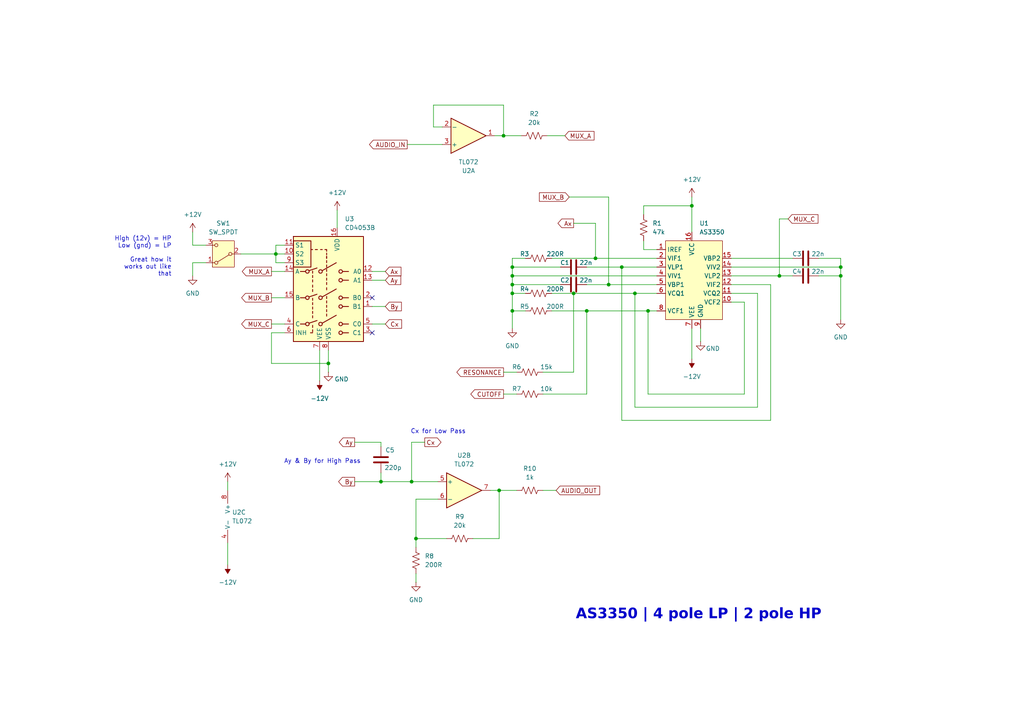
<source format=kicad_sch>
(kicad_sch (version 20231120) (generator "eeschema") (generator_version "8.0")
  (paper "A4")
  (lib_symbols
    (symbol "Amplifier_Operational:TL072" (pin_names (offset 0.127))
      (property "Reference" "U" (at 0 5.08 0))
      (property "Value" "TL072" (at 0 -5.08 0))
      (symbol "TL072_1_1"
        (polyline (pts (xy -5.08 5.08) (xy 5.08 0) (xy -5.08 -5.08) (xy -5.08 5.08)) (stroke (width 0.254)) (fill (type background)))
        (pin output line (at 7.62 0 180) (length 2.54) (name "~") (number "1"))
        (pin input line (at -7.62 -2.54 0) (length 2.54) (name "-") (number "2"))
        (pin input line (at -7.62 2.54 0) (length 2.54) (name "+") (number "3"))
      )
      (symbol "TL072_2_1"
        (polyline (pts (xy -5.08 5.08) (xy 5.08 0) (xy -5.08 -5.08) (xy -5.08 5.08)) (stroke (width 0.254)) (fill (type background)))
        (pin input line (at -7.62 2.54 0) (length 2.54) (name "+") (number "5"))
        (pin input line (at -7.62 -2.54 0) (length 2.54) (name "-") (number "6"))
        (pin output line (at 7.62 0 180) (length 2.54) (name "~") (number "7"))
      )
      (symbol "TL072_3_1"
        (pin power_in line (at -2.54 -7.62 90) (length 3.81) (name "V-") (number "4"))
        (pin power_in line (at -2.54 7.62 270) (length 3.81) (name "V+") (number "8"))
      )
    )
    (symbol "Analog_Switch:CD4053B"
      (property "Reference" "U" (at -10.16 16.51 0))
      (property "Value" "CD4053B" (at 3.81 16.51 0))
      (symbol "CD4053B_0_1"
        (rectangle (start -10.16 6.35) (end -5.08 13.97) (stroke (width 0.254)))
        (rectangle (start -10.16 15.24) (end 10.16 -15.24) (stroke (width 0.254)) (fill (type background)))
        (circle (center -6.096 -10.16) (radius 0.508) (stroke (width 0.254)))
        (circle (center -6.096 -2.54) (radius 0.508) (stroke (width 0.254)))
        (circle (center -6.096 5.08) (radius 0.508) (stroke (width 0.254)))
        (circle (center -2.286 -10.16) (radius 0.508) (stroke (width 0.254)))
        (circle (center -2.286 -2.54) (radius 0.508) (stroke (width 0.254)))
        (circle (center -2.286 5.08) (radius 0.508) (stroke (width 0.254)))
        (polyline (pts (xy -8.128 -10.16) (xy -6.604 -10.16)) (stroke (width 0.254)))
        (polyline (pts (xy -8.128 -2.54) (xy -6.604 -2.54)) (stroke (width 0.254)))
        (polyline (pts (xy -8.128 5.08) (xy -6.604 5.08)) (stroke (width 0.254)))
        (polyline (pts (xy -5.588 -9.906) (xy -3.302 -9.144)) (stroke (width 0.254)))
        (polyline (pts (xy -5.588 -2.286) (xy -3.302 -1.524)) (stroke (width 0.254)))
        (polyline (pts (xy -5.588 5.334) (xy -3.302 6.096)) (stroke (width 0.254)))
        (polyline (pts (xy -4.572 -12.7) (xy -5.207 -12.7)) (stroke (width 0.254)))
        (polyline (pts (xy -4.572 -12.446) (xy -4.572 -11.811)) (stroke (width 0.254)))
        (polyline (pts (xy -4.572 -11.176) (xy -4.572 -10.541)) (stroke (width 0.254)))
        (polyline (pts (xy -4.572 -8.382) (xy -4.572 -7.747)) (stroke (width 0.254)))
        (polyline (pts (xy -4.572 -7.112) (xy -4.572 -6.477)) (stroke (width 0.254)))
        (polyline (pts (xy -4.572 -5.842) (xy -4.572 -5.207)) (stroke (width 0.254)))
        (polyline (pts (xy -4.572 -4.572) (xy -4.572 -3.937)) (stroke (width 0.254)))
        (polyline (pts (xy -4.572 -3.302) (xy -4.572 -2.667)) (stroke (width 0.254)))
        (polyline (pts (xy -4.572 -0.762) (xy -4.572 -0.127)) (stroke (width 0.254)))
        (polyline (pts (xy -4.572 0.508) (xy -4.572 1.143)) (stroke (width 0.254)))
        (polyline (pts (xy -4.572 2.032) (xy -4.572 2.667)) (stroke (width 0.254)))
        (polyline (pts (xy -4.572 3.302) (xy -4.572 3.937)) (stroke (width 0.254)))
        (polyline (pts (xy -4.572 4.572) (xy -4.572 5.207)) (stroke (width 0.254)))
        (polyline (pts (xy -4.572 11.43) (xy -5.08 11.43)) (stroke (width 0.254)))
        (polyline (pts (xy -3.81 11.43) (xy -3.175 11.43)) (stroke (width 0.254)))
        (polyline (pts (xy -1.778 -9.906) (xy 2.286 -7.62)) (stroke (width 0.254)))
        (polyline (pts (xy -1.778 -2.286) (xy 2.286 0)) (stroke (width 0.254)))
        (polyline (pts (xy -1.778 5.334) (xy 2.286 7.62)) (stroke (width 0.254)))
        (polyline (pts (xy -1.778 11.43) (xy -2.286 11.43)) (stroke (width 0.254)))
        (polyline (pts (xy -0.508 -7.874) (xy -0.508 -7.239)) (stroke (width 0.254)))
        (polyline (pts (xy -0.508 -6.604) (xy -0.508 -5.969)) (stroke (width 0.254)))
        (polyline (pts (xy -0.508 -5.334) (xy -0.508 -4.699)) (stroke (width 0.254)))
        (polyline (pts (xy -0.508 -4.064) (xy -0.508 -3.429)) (stroke (width 0.254)))
        (polyline (pts (xy -0.508 -2.794) (xy -0.508 -2.159)) (stroke (width 0.254)))
        (polyline (pts (xy -0.508 -0.254) (xy -0.508 0.381)) (stroke (width 0.254)))
        (polyline (pts (xy -0.508 1.27) (xy -0.508 1.905)) (stroke (width 0.254)))
        (polyline (pts (xy -0.508 2.54) (xy -0.508 3.175)) (stroke (width 0.254)))
        (polyline (pts (xy -0.508 3.81) (xy -0.508 4.445)) (stroke (width 0.254)))
        (polyline (pts (xy -0.508 5.08) (xy -0.508 5.715)) (stroke (width 0.254)))
        (polyline (pts (xy -0.508 6.35) (xy -0.508 6.985)) (stroke (width 0.254)))
        (polyline (pts (xy -0.508 7.62) (xy -0.508 8.255)) (stroke (width 0.254)))
        (polyline (pts (xy -0.508 8.89) (xy -0.508 9.398)) (stroke (width 0.254)))
        (polyline (pts (xy -0.508 8.89) (xy -0.508 9.525)) (stroke (width 0.254)))
        (polyline (pts (xy -0.508 9.906) (xy -0.508 10.414)) (stroke (width 0.254)))
        (polyline (pts (xy -0.508 10.922) (xy -0.508 11.43)) (stroke (width 0.254)))
        (polyline (pts (xy -0.508 11.43) (xy -1.016 11.43)) (stroke (width 0.254)))
        (polyline (pts (xy 4.064 -12.7) (xy 5.842 -12.7)) (stroke (width 0.254)))
        (polyline (pts (xy 4.064 -10.16) (xy 5.842 -10.16)) (stroke (width 0.254)))
        (polyline (pts (xy 4.064 -5.08) (xy 5.842 -5.08)) (stroke (width 0.254)))
        (polyline (pts (xy 4.064 -2.54) (xy 5.842 -2.54)) (stroke (width 0.254)))
        (polyline (pts (xy 4.064 2.54) (xy 5.842 2.54)) (stroke (width 0.254)))
        (polyline (pts (xy 4.064 5.08) (xy 5.842 5.08)) (stroke (width 0.254)))
        (circle (center 3.556 -12.7) (radius 0.508) (stroke (width 0.254)))
        (circle (center 3.556 -10.16) (radius 0.508) (stroke (width 0.254)))
        (circle (center 3.556 -5.08) (radius 0.508) (stroke (width 0.254)))
        (circle (center 3.556 -2.54) (radius 0.508) (stroke (width 0.254)))
        (circle (center 3.556 2.54) (radius 0.508) (stroke (width 0.254)))
        (circle (center 3.556 5.08) (radius 0.508) (stroke (width 0.254)))
      )
      (symbol "CD4053B_1_1"
        (pin bidirectional line (at 12.7 -5.08 180) (length 2.54) (name "B1") (number "1"))
        (pin input line (at -12.7 10.16 0) (length 2.54) (name "S2") (number "10"))
        (pin input line (at -12.7 12.7 0) (length 2.54) (name "S1") (number "11"))
        (pin bidirectional line (at 12.7 5.08 180) (length 2.54) (name "A0") (number "12"))
        (pin bidirectional line (at 12.7 2.54 180) (length 2.54) (name "A1") (number "13"))
        (pin bidirectional line (at -12.7 5.08 0) (length 2.54) (name "A") (number "14"))
        (pin bidirectional line (at -12.7 -2.54 0) (length 2.54) (name "B") (number "15"))
        (pin power_in line (at 2.54 17.78 270) (length 2.54) (name "VDD") (number "16"))
        (pin bidirectional line (at 12.7 -2.54 180) (length 2.54) (name "B0") (number "2"))
        (pin bidirectional line (at 12.7 -12.7 180) (length 2.54) (name "C1") (number "3"))
        (pin bidirectional line (at -12.7 -10.16 0) (length 2.54) (name "C") (number "4"))
        (pin bidirectional line (at 12.7 -10.16 180) (length 2.54) (name "C0") (number "5"))
        (pin input line (at -12.7 -12.7 0) (length 2.54) (name "INH") (number "6"))
        (pin power_in line (at -2.54 -17.78 90) (length 2.54) (name "VEE") (number "7"))
        (pin power_in line (at 0 -17.78 90) (length 2.54) (name "VSS") (number "8"))
        (pin input line (at -12.7 7.62 0) (length 2.54) (name "S3") (number "9"))
      )
    )
    (symbol "Audio:AS3350"
      (property "Reference" "U" (at -5.334 1.016 0))
      (property "Value" "AS3350" (at 4.826 1.016 0))
      (symbol "AS3350_1_1"
        (rectangle (start -8.89 -3.81) (end 7.62 -26.67) (fill (type background)))
        (pin input line (at -11.43 -6.35 0) (length 2.54) (name "IREF") (number "1"))
        (pin input line (at 10.16 -21.59 180) (length 2.54) (name "VCF2") (number "10"))
        (pin input line (at 10.16 -19.05 180) (length 2.54) (name "VCQ2") (number "11"))
        (pin input line (at 10.16 -16.51 180) (length 2.54) (name "VIF2") (number "12"))
        (pin input line (at 10.16 -13.97 180) (length 2.54) (name "VLP2") (number "13"))
        (pin input line (at 10.16 -11.43 180) (length 2.54) (name "VIV2") (number "14"))
        (pin input line (at 10.16 -8.89 180) (length 2.54) (name "VBP2") (number "15"))
        (pin power_in line (at -1.27 -1.27 270) (length 2.54) (name "VCC") (number "16"))
        (pin input line (at -11.43 -8.89 0) (length 2.54) (name "VIF1") (number "2"))
        (pin input line (at -11.43 -11.43 0) (length 2.54) (name "VLP1") (number "3"))
        (pin input line (at -11.43 -13.97 0) (length 2.54) (name "VIV1") (number "4"))
        (pin output line (at -11.43 -16.51 0) (length 2.54) (name "VBP1") (number "5"))
        (pin input line (at -11.43 -19.05 0) (length 2.54) (name "VCQ1") (number "6"))
        (pin power_in line (at -1.27 -29.21 90) (length 2.54) (name "VEE") (number "7"))
        (pin output line (at -11.43 -24.13 0) (length 2.54) (name "VCF1") (number "8"))
        (pin power_in line (at 1.27 -29.21 90) (length 2.54) (name "GND") (number "9"))
      )
    )
    (symbol "Device:C" (pin_numbers hide) (pin_names (offset 0.254))
      (property "Reference" "C" (at 0.635 2.54 0))
      (property "Value" "C" (at 0.635 -2.54 0))
      (symbol "C_0_1"
        (polyline (pts (xy -2.032 -0.762) (xy 2.032 -0.762)) (stroke (width 0.508)))
        (polyline (pts (xy -2.032 0.762) (xy 2.032 0.762)) (stroke (width 0.508)))
      )
      (symbol "C_1_1"
        (pin passive line (at 0 3.81 270) (length 2.794) (name "~") (number "1"))
        (pin passive line (at 0 -3.81 90) (length 2.794) (name "~") (number "2"))
      )
    )
    (symbol "Device:R_US" (pin_numbers hide) (pin_names (offset 0))
      (property "Reference" "R" (at 2.54 0 90))
      (property "Value" "R_US" (at -2.54 0 90))
      (symbol "R_US_0_1"
        (polyline (pts (xy 0 -2.286) (xy 0 -2.54)))
        (polyline (pts (xy 0 2.286) (xy 0 2.54)))
        (polyline (pts (xy 0 -0.762) (xy 1.016 -1.143) (xy 0 -1.524) (xy -1.016 -1.905) (xy 0 -2.286)))
        (polyline (pts (xy 0 0.762) (xy 1.016 0.381) (xy 0 0) (xy -1.016 -0.381) (xy 0 -0.762)))
        (polyline (pts (xy 0 2.286) (xy 1.016 1.905) (xy 0 1.524) (xy -1.016 1.143) (xy 0 0.762)))
      )
      (symbol "R_US_1_1"
        (pin passive line (at 0 3.81 270) (length 1.27) (name "~") (number "1"))
        (pin passive line (at 0 -3.81 90) (length 1.27) (name "~") (number "2"))
      )
    )
    (symbol "Switch:SW_SPDT" (pin_names (offset 0) hide)
      (property "Reference" "SW" (at 0 5.08 0))
      (property "Value" "SW_SPDT" (at 0 -5.08 0))
      (symbol "SW_SPDT_0_1"
        (circle (center -2.032 0) (radius 0.4572))
        (polyline (pts (xy -1.651 0.254) (xy 1.651 2.286)))
        (circle (center 2.032 -2.54) (radius 0.4572))
        (circle (center 2.032 2.54) (radius 0.4572))
      )
      (symbol "SW_SPDT_1_1"
        (rectangle (start -3.175 3.81) (end 3.175 -3.81) (fill (type background)))
        (pin passive line (at 5.08 2.54 180) (length 2.54) (name "A") (number "1"))
        (pin passive line (at -5.08 0 0) (length 2.54) (name "B") (number "2"))
        (pin passive line (at 5.08 -2.54 180) (length 2.54) (name "C") (number "3"))
      )
    )
    (symbol "power:+12V" (power) (pin_numbers hide) (pin_names (offset 0) hide)
      (property "Value" "+12V" (at 0 3.556 0))
      (symbol "+12V_0_1"
        (polyline (pts (xy -0.762 1.27) (xy 0 2.54)))
        (polyline (pts (xy 0 0) (xy 0 2.54)))
        (polyline (pts (xy 0 2.54) (xy 0.762 1.27)))
      )
      (symbol "+12V_1_1"
        (pin power_in line (at 0 0 90) (length 0) (name "~") (number "1"))
      )
    )
    (symbol "power:-12V" (power) (pin_numbers hide) (pin_names (offset 0) hide)
      (property "Value" "-12V" (at 0 3.556 0))
      (symbol "-12V_0_0"
        (pin power_in line (at 0 0 90) (length 0) (name "~") (number "1"))
      )
      (symbol "-12V_0_1"
        (polyline (pts (xy 0 0) (xy 0 1.27) (xy 0.762 1.27) (xy 0 2.54) (xy -0.762 1.27) (xy 0 1.27)) (fill (type outline)))
      )
    )
    (symbol "power:GND" (power) (pin_numbers hide) (pin_names (offset 0) hide)
      (property "Value" "GND" (at 0 -3.81 0))
      (symbol "GND_0_1"
        (polyline (pts (xy 0 0) (xy 0 -1.27) (xy 1.27 -1.27) (xy 0 -2.54) (xy -1.27 -1.27) (xy 0 -1.27)))
      )
      (symbol "GND_1_1"
        (pin power_in line (at 0 0 270) (length 0) (name "~") (number "1"))
      )
    )
  )
  (junction (at 110.49 139.7))
  (junction (at 184.15 85.09))
  (junction (at 144.78 142.24))
  (junction (at 200.66 59.69))
  (junction (at 80.01 73.66))
  (junction (at 95.25 105.41))
  (junction (at 148.59 90.17))
  (junction (at 119.38 139.7))
  (junction (at 166.37 85.09))
  (junction (at 187.96 90.17))
  (junction (at 172.72 74.93))
  (junction (at 180.34 77.47))
  (junction (at 170.18 90.17))
  (junction (at 243.84 77.47))
  (junction (at 120.65 156.21))
  (junction (at 148.59 85.09))
  (junction (at 243.84 80.01))
  (junction (at 226.06 80.01))
  (junction (at 176.53 82.55))
  (junction (at 148.59 77.47))
  (junction (at 146.05 39.37))
  (junction (at 148.59 80.01))
  (junction (at 148.59 82.55))
  (no_connect (at 107.95 96.52))
  (no_connect (at 107.95 86.36))
  (wire (pts (xy 127 139.7) (xy 119.38 139.7)))
  (wire (pts (xy 229.87 74.93) (xy 212.09 74.93)))
  (wire (pts (xy 187.96 90.17) (xy 190.5 90.17)))
  (wire (pts (xy 170.18 114.3) (xy 170.18 90.17)))
  (wire (pts (xy 237.49 74.93) (xy 243.84 74.93)))
  (wire (pts (xy 190.5 72.39) (xy 186.69 72.39)))
  (wire (pts (xy 226.06 63.5) (xy 226.06 80.01)))
  (wire (pts (xy 97.79 60.96) (xy 97.79 66.04)))
  (wire (pts (xy 146.05 114.3) (xy 149.86 114.3)))
  (wire (pts (xy 186.69 72.39) (xy 186.69 69.85)))
  (wire (pts (xy 148.59 85.09) (xy 148.59 90.17)))
  (wire (pts (xy 172.72 74.93) (xy 190.5 74.93)))
  (wire (pts (xy 203.2 99.06) (xy 203.2 95.25)))
  (wire (pts (xy 187.96 114.3) (xy 187.96 90.17)))
  (wire (pts (xy 180.34 121.92) (xy 180.34 77.47)))
  (wire (pts (xy 184.15 85.09) (xy 190.5 85.09)))
  (wire (pts (xy 120.65 156.21) (xy 120.65 158.75)))
  (wire (pts (xy 146.05 107.95) (xy 149.86 107.95)))
  (wire (pts (xy 184.15 118.11) (xy 184.15 85.09)))
  (wire (pts (xy 148.59 82.55) (xy 162.56 82.55)))
  (wire (pts (xy 212.09 87.63) (xy 215.9 87.63)))
  (wire (pts (xy 78.74 105.41) (xy 95.25 105.41)))
  (wire (pts (xy 120.65 168.91) (xy 120.65 166.37)))
  (wire (pts (xy 215.9 87.63) (xy 215.9 114.3)))
  (wire (pts (xy 166.37 107.95) (xy 166.37 85.09)))
  (wire (pts (xy 78.74 96.52) (xy 78.74 105.41)))
  (wire (pts (xy 95.25 105.41) (xy 95.25 107.95)))
  (wire (pts (xy 144.78 156.21) (xy 144.78 142.24)))
  (wire (pts (xy 172.72 64.77) (xy 172.72 74.93)))
  (wire (pts (xy 107.95 78.74) (xy 111.76 78.74)))
  (wire (pts (xy 151.13 39.37) (xy 146.05 39.37)))
  (wire (pts (xy 125.73 30.48) (xy 125.73 36.83)))
  (wire (pts (xy 165.1 57.15) (xy 176.53 57.15)))
  (wire (pts (xy 78.74 86.36) (xy 82.55 86.36)))
  (wire (pts (xy 160.02 85.09) (xy 166.37 85.09)))
  (wire (pts (xy 120.65 144.78) (xy 120.65 156.21)))
  (wire (pts (xy 186.69 59.69) (xy 200.66 59.69)))
  (wire (pts (xy 237.49 80.01) (xy 243.84 80.01)))
  (wire (pts (xy 127 144.78) (xy 120.65 144.78)))
  (wire (pts (xy 243.84 74.93) (xy 243.84 77.47)))
  (wire (pts (xy 80.01 76.2) (xy 80.01 73.66)))
  (wire (pts (xy 223.52 121.92) (xy 180.34 121.92)))
  (wire (pts (xy 148.59 77.47) (xy 162.56 77.47)))
  (wire (pts (xy 229.87 80.01) (xy 226.06 80.01)))
  (wire (pts (xy 69.85 73.66) (xy 80.01 73.66)))
  (wire (pts (xy 163.83 39.37) (xy 158.75 39.37)))
  (wire (pts (xy 118.11 41.91) (xy 128.27 41.91)))
  (wire (pts (xy 212.09 82.55) (xy 223.52 82.55)))
  (wire (pts (xy 186.69 62.23) (xy 186.69 59.69)))
  (wire (pts (xy 80.01 71.12) (xy 82.55 71.12)))
  (wire (pts (xy 160.02 90.17) (xy 170.18 90.17)))
  (wire (pts (xy 148.59 90.17) (xy 148.59 95.25)))
  (wire (pts (xy 111.76 93.98) (xy 107.95 93.98)))
  (wire (pts (xy 226.06 63.5) (xy 228.6 63.5)))
  (wire (pts (xy 80.01 73.66) (xy 82.55 73.66)))
  (wire (pts (xy 148.59 82.55) (xy 148.59 85.09)))
  (wire (pts (xy 170.18 90.17) (xy 187.96 90.17)))
  (wire (pts (xy 219.71 118.11) (xy 184.15 118.11)))
  (wire (pts (xy 176.53 82.55) (xy 190.5 82.55)))
  (wire (pts (xy 55.88 76.2) (xy 55.88 80.01)))
  (wire (pts (xy 148.59 85.09) (xy 152.4 85.09)))
  (wire (pts (xy 146.05 39.37) (xy 143.51 39.37)))
  (wire (pts (xy 148.59 90.17) (xy 152.4 90.17)))
  (wire (pts (xy 125.73 36.83) (xy 128.27 36.83)))
  (wire (pts (xy 152.4 74.93) (xy 148.59 74.93)))
  (wire (pts (xy 55.88 67.31) (xy 55.88 71.12)))
  (wire (pts (xy 226.06 80.01) (xy 212.09 80.01)))
  (wire (pts (xy 200.66 57.15) (xy 200.66 59.69)))
  (wire (pts (xy 243.84 77.47) (xy 243.84 80.01)))
  (wire (pts (xy 59.69 76.2) (xy 55.88 76.2)))
  (wire (pts (xy 82.55 76.2) (xy 80.01 76.2)))
  (wire (pts (xy 180.34 77.47) (xy 190.5 77.47)))
  (wire (pts (xy 95.25 101.6) (xy 95.25 105.41)))
  (wire (pts (xy 66.04 163.83) (xy 66.04 157.48)))
  (wire (pts (xy 219.71 85.09) (xy 219.71 118.11)))
  (wire (pts (xy 160.02 74.93) (xy 172.72 74.93)))
  (wire (pts (xy 123.19 128.27) (xy 119.38 128.27)))
  (wire (pts (xy 78.74 78.74) (xy 82.55 78.74)))
  (wire (pts (xy 146.05 30.48) (xy 125.73 30.48)))
  (wire (pts (xy 148.59 80.01) (xy 190.5 80.01)))
  (wire (pts (xy 78.74 93.98) (xy 82.55 93.98)))
  (wire (pts (xy 166.37 85.09) (xy 184.15 85.09)))
  (wire (pts (xy 110.49 128.27) (xy 110.49 129.54)))
  (wire (pts (xy 223.52 82.55) (xy 223.52 121.92)))
  (wire (pts (xy 148.59 80.01) (xy 148.59 82.55)))
  (wire (pts (xy 166.37 64.77) (xy 172.72 64.77)))
  (wire (pts (xy 80.01 73.66) (xy 80.01 71.12)))
  (wire (pts (xy 243.84 80.01) (xy 243.84 92.71)))
  (wire (pts (xy 170.18 77.47) (xy 180.34 77.47)))
  (wire (pts (xy 102.87 128.27) (xy 110.49 128.27)))
  (wire (pts (xy 111.76 88.9) (xy 107.95 88.9)))
  (wire (pts (xy 157.48 114.3) (xy 170.18 114.3)))
  (wire (pts (xy 200.66 59.69) (xy 200.66 67.31)))
  (wire (pts (xy 146.05 39.37) (xy 146.05 30.48)))
  (wire (pts (xy 170.18 82.55) (xy 176.53 82.55)))
  (wire (pts (xy 157.48 107.95) (xy 166.37 107.95)))
  (wire (pts (xy 110.49 139.7) (xy 119.38 139.7)))
  (wire (pts (xy 82.55 96.52) (xy 78.74 96.52)))
  (wire (pts (xy 212.09 85.09) (xy 219.71 85.09)))
  (wire (pts (xy 110.49 137.16) (xy 110.49 139.7)))
  (wire (pts (xy 148.59 77.47) (xy 148.59 80.01)))
  (wire (pts (xy 120.65 156.21) (xy 129.54 156.21)))
  (wire (pts (xy 66.04 139.7) (xy 66.04 142.24)))
  (wire (pts (xy 148.59 74.93) (xy 148.59 77.47)))
  (wire (pts (xy 215.9 114.3) (xy 187.96 114.3)))
  (wire (pts (xy 212.09 77.47) (xy 243.84 77.47)))
  (wire (pts (xy 176.53 57.15) (xy 176.53 82.55)))
  (wire (pts (xy 102.87 139.7) (xy 110.49 139.7)))
  (wire (pts (xy 92.71 110.49) (xy 92.71 101.6)))
  (wire (pts (xy 161.29 142.24) (xy 157.48 142.24)))
  (wire (pts (xy 59.69 71.12) (xy 55.88 71.12)))
  (wire (pts (xy 137.16 156.21) (xy 144.78 156.21)))
  (wire (pts (xy 200.66 104.14) (xy 200.66 95.25)))
  (wire (pts (xy 107.95 81.28) (xy 111.76 81.28)))
  (wire (pts (xy 144.78 142.24) (xy 142.24 142.24)))
  (wire (pts (xy 149.86 142.24) (xy 144.78 142.24)))
  (wire (pts (xy 119.38 128.27) (xy 119.38 139.7)))
  (text "Ay & By for High Pass" (at 104.648 133.858 0) (effects (font (size 1.27 1.27)) (justify right)))
  (text "AS3350 | 4 pole LP | 2 pole HP" (at 238.252 179.07 0) (effects (font (size 3 3) (bold yes)) (justify right)))
  (text "High (12v) = HP\nLow (gnd) = LP\n\nGreat how it\nworks out like\nthat" (at 49.784 74.422 0) (effects (font (size 1.27 1.27)) (justify right)))
  (text "Cx for Low Pass" (at 135.128 125.222 0) (effects (font (size 1.27 1.27)) (justify right)))
  (global_label "CUTOFF" (shape output) (at 146.05 114.3 180) (property "Intersheetrefs" "${INTERSHEET_REFS}" (effects (hide yes))))
  (global_label "MUX_B" (shape output) (at 78.74 86.36 180) (property "Intersheetrefs" "${INTERSHEET_REFS}" (effects (hide yes))))
  (global_label "MUX_C" (shape output) (at 78.74 93.98 180) (property "Intersheetrefs" "${INTERSHEET_REFS}" (effects (hide yes))))
  (global_label "AUDIO_IN" (shape output) (at 118.11 41.91 180) (property "Intersheetrefs" "${INTERSHEET_REFS}" (effects (hide yes))))
  (global_label "MUX_B" (shape input) (at 165.1 57.15 180) (property "Intersheetrefs" "${INTERSHEET_REFS}" (effects (hide yes))))
  (global_label "By" (shape output) (at 102.87 139.7 180) (property "Intersheetrefs" "${INTERSHEET_REFS}" (effects (hide yes))))
  (global_label "AUDIO_OUT" (shape input) (at 161.29 142.24 0) (property "Intersheetrefs" "${INTERSHEET_REFS}" (effects (hide yes))))
  (global_label "MUX_A" (shape output) (at 78.74 78.74 180) (property "Intersheetrefs" "${INTERSHEET_REFS}" (effects (hide yes))))
  (global_label "RESONANCE" (shape output) (at 146.05 107.95 180) (property "Intersheetrefs" "${INTERSHEET_REFS}" (effects (hide yes))))
  (global_label "Cx" (shape input) (at 111.76 93.98 0) (property "Intersheetrefs" "${INTERSHEET_REFS}" (effects (hide yes))))
  (global_label "By" (shape input) (at 111.76 88.9 0) (property "Intersheetrefs" "${INTERSHEET_REFS}" (effects (hide yes))))
  (global_label "Ay" (shape output) (at 102.87 128.27 180) (property "Intersheetrefs" "${INTERSHEET_REFS}" (effects (hide yes))))
  (global_label "MUX_A" (shape input) (at 163.83 39.37 0) (property "Intersheetrefs" "${INTERSHEET_REFS}" (effects (hide yes))))
  (global_label "Ax" (shape output) (at 166.37 64.77 180) (property "Intersheetrefs" "${INTERSHEET_REFS}" (effects (hide yes))))
  (global_label "MUX_C" (shape input) (at 228.6 63.5 0) (property "Intersheetrefs" "${INTERSHEET_REFS}" (effects (hide yes))))
  (global_label "Ay" (shape input) (at 111.76 81.28 0) (property "Intersheetrefs" "${INTERSHEET_REFS}" (effects (hide yes))))
  (global_label "Ax" (shape input) (at 111.76 78.74 0) (property "Intersheetrefs" "${INTERSHEET_REFS}" (effects (hide yes))))
  (global_label "Cx" (shape output) (at 123.19 128.27 0) (property "Intersheetrefs" "${INTERSHEET_REFS}" (effects (hide yes))))
  (symbol (lib_id "power:-12V") (at 66.04 163.83 180) (unit 1)
    (property "Reference" "#PWR013" (effects (hide yes)))
    (property "Value" "-12V" (at 66.04 168.91 0))
    (property "Description" "Power symbol creates a global label with name \"-12V\"" (effects (hide yes)))
  )
  (symbol (lib_id "Switch:SW_SPDT") (at 64.77 73.66 180) (unit 1)
    (property "Reference" "SW1" (at 64.77 64.77 0))
    (property "Value" "SW_SPDT" (at 64.77 67.31 0))
    (property "Description" "Switch, single pole double throw" (effects (hide yes)))
  )
  (symbol (lib_id "power:-12V") (at 92.71 110.49 180) (unit 1)
    (property "Reference" "#PWR05" (effects (hide yes)))
    (property "Value" "-12V" (at 92.71 115.57 0))
    (property "Description" "Power symbol creates a global label with name \"-12V\"" (effects (hide yes)))
  )
  (symbol (lib_id "Device:R_US") (at 156.21 90.17 90) (unit 1)
    (property "Reference" "R5" (at 152.146 88.9 90))
    (property "Value" "200R" (at 161.036 88.9 90))
    (property "Description" "Resistor, US symbol" (effects (hide yes)))
  )
  (symbol (lib_id "Amplifier_Operational:TL072") (at 135.89 39.37 0) (mirror x) (unit 1)
    (property "Reference" "U2" (at 135.89 49.53 0))
    (property "Value" "TL072" (at 135.89 46.99 0))
    (property "Datasheet" "http://www.ti.com/lit/ds/symlink/tl071.pdf" (effects (hide yes)))
    (property "Description" "Dual Low-Noise JFET-Input Operational Amplifiers, DIP-8/SOIC-8" (effects (hide yes)))
  )
  (symbol (lib_id "Audio:AS3350") (at 201.93 66.04 0) (unit 1)
    (property "Reference" "U1" (at 202.8541 64.77 0) (effects (justify left)))
    (property "Value" "AS3350" (at 202.8541 67.31 0) (effects (justify left)))
  )
  (symbol (lib_id "power:GND") (at 95.25 107.95 0) (unit 1)
    (property "Reference" "#PWR04" (effects (hide yes)))
    (property "Value" "GND" (at 99.06 109.982 0))
    (property "Description" "Power symbol creates a global label with name \"GND\" , ground" (effects (hide yes)))
  )
  (symbol (lib_id "Device:C") (at 233.68 80.01 90) (unit 1)
    (property "Reference" "C4" (at 231.14 78.74 90))
    (property "Value" "22n" (at 237.236 78.74 90))
    (property "Description" "Unpolarized capacitor" (effects (hide yes)))
  )
  (symbol (lib_id "Device:R_US") (at 156.21 85.09 90) (unit 1)
    (property "Reference" "R4" (at 152.146 83.82 90))
    (property "Value" "200R" (at 161.036 83.82 90))
    (property "Description" "Resistor, US symbol" (effects (hide yes)))
  )
  (symbol (lib_id "Device:C") (at 110.49 133.35 0) (unit 1)
    (property "Reference" "C5" (at 111.76 130.556 0) (effects (justify left)))
    (property "Value" "220p" (at 111.506 135.636 0) (effects (justify left)))
    (property "Description" "Unpolarized capacitor" (effects (hide yes)))
  )
  (symbol (lib_id "power:GND") (at 243.84 92.71 0) (unit 1)
    (property "Reference" "#PWR010" (effects (hide yes)))
    (property "Value" "GND" (at 243.84 97.79 0))
    (property "Description" "Power symbol creates a global label with name \"GND\" , ground" (effects (hide yes)))
  )
  (symbol (lib_id "power:GND") (at 120.65 168.91 0) (unit 1)
    (property "Reference" "#PWR011" (effects (hide yes)))
    (property "Value" "GND" (at 120.65 173.99 0))
    (property "Description" "Power symbol creates a global label with name \"GND\" , ground" (effects (hide yes)))
  )
  (symbol (lib_id "Device:R_US") (at 153.67 114.3 270) (unit 1)
    (property "Reference" "R7" (at 149.86 112.776 90))
    (property "Value" "10k" (at 158.496 112.776 90))
    (property "Description" "Resistor, US symbol" (effects (hide yes)))
  )
  (symbol (lib_id "power:+12V") (at 66.04 139.7 0) (unit 1)
    (property "Reference" "#PWR012" (effects (hide yes)))
    (property "Value" "+12V" (at 66.04 134.62 0))
    (property "Description" "Power symbol creates a global label with name \"+12V\"" (effects (hide yes)))
  )
  (symbol (lib_id "Device:R_US") (at 186.69 66.04 0) (unit 1)
    (property "Reference" "R1" (at 189.23 64.7699 0) (effects (justify left)))
    (property "Value" "47k" (at 189.23 67.3099 0) (effects (justify left)))
    (property "Description" "Resistor, US symbol" (effects (hide yes)))
  )
  (symbol (lib_id "Amplifier_Operational:TL072") (at 68.58 149.86 0) (unit 3)
    (property "Reference" "U2" (at 67.31 148.5899 0) (effects (justify left)))
    (property "Value" "TL072" (at 67.31 151.1299 0) (effects (justify left)))
    (property "Datasheet" "http://www.ti.com/lit/ds/symlink/tl071.pdf" (effects (hide yes)))
    (property "Description" "Dual Low-Noise JFET-Input Operational Amplifiers, DIP-8/SOIC-8" (effects (hide yes)))
  )
  (symbol (lib_id "Device:R_US") (at 153.67 142.24 90) (unit 1)
    (property "Reference" "R10" (at 153.67 135.89 90))
    (property "Value" "1k" (at 153.67 138.43 90))
    (property "Description" "Resistor, US symbol" (effects (hide yes)))
  )
  (symbol (lib_id "power:GND") (at 203.2 99.06 0) (unit 1)
    (property "Reference" "#PWR03" (effects (hide yes)))
    (property "Value" "GND" (at 206.756 101.092 0))
    (property "Description" "Power symbol creates a global label with name \"GND\" , ground" (effects (hide yes)))
  )
  (symbol (lib_id "Device:R_US") (at 153.67 107.95 270) (unit 1)
    (property "Reference" "R6" (at 149.86 106.426 90))
    (property "Value" "15k" (at 158.496 106.426 90))
    (property "Description" "Resistor, US symbol" (effects (hide yes)))
  )
  (symbol (lib_id "Device:R_US") (at 154.94 39.37 90) (unit 1)
    (property "Reference" "R2" (at 154.94 33.02 90))
    (property "Value" "20k" (at 154.94 35.56 90))
    (property "Description" "Resistor, US symbol" (effects (hide yes)))
  )
  (symbol (lib_id "Device:R_US") (at 133.35 156.21 90) (unit 1)
    (property "Reference" "R9" (at 133.35 149.86 90))
    (property "Value" "20k" (at 133.35 152.4 90))
    (property "Description" "Resistor, US symbol" (effects (hide yes)))
  )
  (symbol (lib_id "Analog_Switch:CD4053B") (at 95.25 83.82 0) (unit 1)
    (property "Reference" "U3" (at 99.9841 63.5 0) (effects (justify left)))
    (property "Value" "CD4053B" (at 99.9841 66.04 0) (effects (justify left)))
    (property "Datasheet" "http://www.ti.com/lit/ds/symlink/cd4052b.pdf" (effects (hide yes)))
    (property "Description" "CMOS triple 2-channel analog multiplexer/demultiplexer, TSSOP-16/DIP-16/SOIC-16" (effects (hide yes)))
  )
  (symbol (lib_id "power:+12V") (at 97.79 60.96 0) (unit 1)
    (property "Reference" "#PWR06" (effects (hide yes)))
    (property "Value" "+12V" (at 97.79 55.88 0))
    (property "Description" "Power symbol creates a global label with name \"+12V\"" (effects (hide yes)))
  )
  (symbol (lib_id "power:-12V") (at 200.66 104.14 180) (unit 1)
    (property "Reference" "#PWR02" (effects (hide yes)))
    (property "Value" "-12V" (at 200.66 109.22 0))
    (property "Description" "Power symbol creates a global label with name \"-12V\"" (effects (hide yes)))
  )
  (symbol (lib_id "power:+12V") (at 55.88 67.31 0) (unit 1)
    (property "Reference" "#PWR08" (effects (hide yes)))
    (property "Value" "+12V" (at 55.88 62.23 0))
    (property "Description" "Power symbol creates a global label with name \"+12V\"" (effects (hide yes)))
  )
  (symbol (lib_id "Device:R_US") (at 156.21 74.93 90) (unit 1)
    (property "Reference" "R3" (at 152.146 73.66 90))
    (property "Value" "220R" (at 161.036 73.66 90))
    (property "Description" "Resistor, US symbol" (effects (hide yes)))
  )
  (symbol (lib_id "Device:C") (at 233.68 74.93 90) (unit 1)
    (property "Reference" "C3" (at 231.14 73.66 90))
    (property "Value" "22n" (at 237.236 73.66 90))
    (property "Description" "Unpolarized capacitor" (effects (hide yes)))
  )
  (symbol (lib_id "Device:R_US") (at 120.65 162.56 0) (unit 1)
    (property "Reference" "R8" (at 123.19 161.2899 0) (effects (justify left)))
    (property "Value" "200R" (at 123.19 163.8299 0) (effects (justify left)))
    (property "Description" "Resistor, US symbol" (effects (hide yes)))
  )
  (symbol (lib_id "Device:C") (at 166.37 77.47 90) (unit 1)
    (property "Reference" "C1" (at 163.83 76.2 90))
    (property "Value" "22n" (at 169.926 76.2 90))
    (property "Description" "Unpolarized capacitor" (effects (hide yes)))
  )
  (symbol (lib_id "power:GND") (at 55.88 80.01 0) (unit 1)
    (property "Reference" "#PWR07" (effects (hide yes)))
    (property "Value" "GND" (at 55.88 85.09 0))
    (property "Description" "Power symbol creates a global label with name \"GND\" , ground" (effects (hide yes)))
  )
  (symbol (lib_id "power:GND") (at 148.59 95.25 0) (unit 1)
    (property "Reference" "#PWR09" (effects (hide yes)))
    (property "Value" "GND" (at 148.59 100.33 0))
    (property "Description" "Power symbol creates a global label with name \"GND\" , ground" (effects (hide yes)))
  )
  (symbol (lib_id "Device:C") (at 166.37 82.55 90) (unit 1)
    (property "Reference" "C2" (at 163.83 81.28 90))
    (property "Value" "22n" (at 169.926 81.28 90))
    (property "Description" "Unpolarized capacitor" (effects (hide yes)))
  )
  (symbol (lib_id "Amplifier_Operational:TL072") (at 134.62 142.24 0) (unit 2)
    (property "Reference" "U2" (at 134.62 132.08 0))
    (property "Value" "TL072" (at 134.62 134.62 0))
    (property "Datasheet" "http://www.ti.com/lit/ds/symlink/tl071.pdf" (effects (hide yes)))
    (property "Description" "Dual Low-Noise JFET-Input Operational Amplifiers, DIP-8/SOIC-8" (effects (hide yes)))
  )
  (symbol (lib_id "power:+12V") (at 200.66 57.15 0) (unit 1)
    (property "Reference" "#PWR01" (effects (hide yes)))
    (property "Value" "+12V" (at 200.66 52.07 0))
    (property "Description" "Power symbol creates a global label with name \"+12V\"" (effects (hide yes)))
  )
)
</source>
